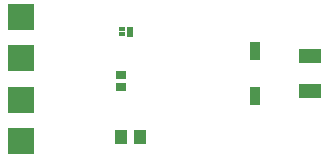
<source format=gbr>
G04 EAGLE Gerber RS-274X export*
G75*
%MOMM*%
%FSLAX34Y34*%
%LPD*%
%INSoldermask Top*%
%IPPOS*%
%AMOC8*
5,1,8,0,0,1.08239X$1,22.5*%
G01*
G04 Define Apertures*
%ADD10R,0.823200X0.763200*%
%ADD11R,0.953200X1.553200*%
%ADD12R,2.203200X2.203200*%
%ADD13R,1.953200X1.303200*%
%ADD14R,0.603200X0.453200*%
%ADD15R,0.603200X0.903200*%
%ADD16R,1.103200X1.153200*%
D10*
X109220Y66320D03*
X109220Y75920D03*
D11*
X222250Y96470D03*
X222250Y58470D03*
D12*
X24130Y55350D03*
D13*
X269240Y62470D03*
X269240Y92470D03*
D14*
X109530Y115280D03*
X109530Y110780D03*
D15*
X116530Y113030D03*
D16*
X108840Y24130D03*
X124840Y24130D03*
D12*
X24130Y20160D03*
X24130Y125730D03*
X24130Y90540D03*
M02*

</source>
